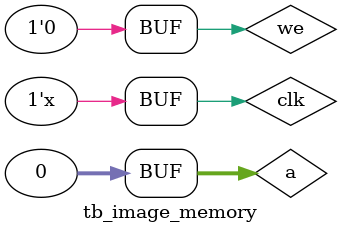
<source format=sv>
module tb_image_memory();
	logic clk, we;
	logic[31:0] a; 
	logic[7:0] wd, rd;
	
	image_memory UUT(clk, we,a,wd,rd);
	
	always #1 clk = ~clk;
	
	initial begin
		$display("Image memory TB...");
		clk <= 0;
		
		#5
		a = 0;
		we = 0;
		
		#1
		we = 1;
		wd = rd;
		 
		#5
		we = 0;
		

		
	end
	
endmodule
</source>
